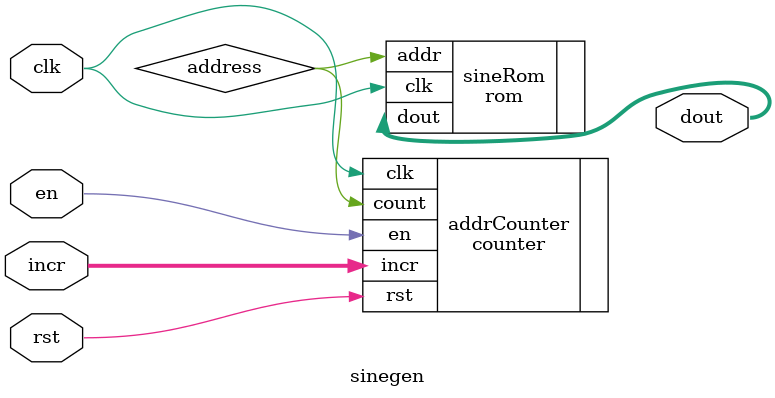
<source format=sv>
module sinegen #(
    parameter A_WIDTH = 8,
              D_WIDTH = 8
)(
    input logic     clk,
    input logic     rst,    
    input logic     en,
    input logic [D_WIDTH-1:0] incr,
    output logic [D_WIDTH-1:0] dout
);

    logic   [A_WIDTH-1:0]       addr1;
    logic   [A_WIDTH-1:0]       addr2;

counter addrCounter (
    .clk (clk),
    .rst (rst),
    .en (en),
    .incr (incr),
    .count (address)
);

rom sineRom (
    .clk (clk),
    .addr (address),
    .dout (dout)
);

endmodule

</source>
